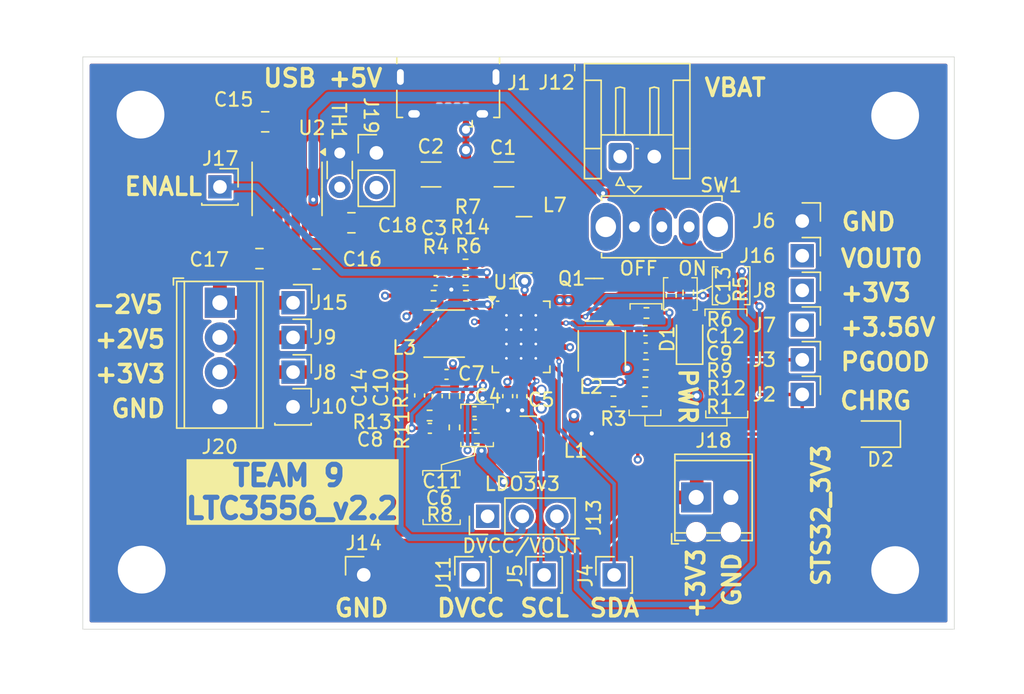
<source format=kicad_pcb>
(kicad_pcb (version 20240108) (generator "pcbnew") (generator_version "8.0")
  (layers (0 "F.Cu" signal) (1 "In1.Cu" signal) (2 "In2.Cu" signal) (31 "B.Cu" signal) (34 "B.Paste" user) (35 "F.Paste" user) (36 "B.SilkS" user "B.Silkscreen") (37 "F.SilkS" user "F.Silkscreen") (38 "B.Mask" user) (39 "F.Mask" user) (44 "Edge.Cuts" user))
  (net 0 "")
  (net 1 "GND")
  (net 2 "Net-(J1-VBUS)")
  (net 3 "Net-(U1-CLPROG)")
  (net 4 "Net-(J11-Pin_1)")
  (net 5 "Net-(U1-FB3)")
  (net 6 "Net-(U1-VC3)")
  (net 7 "Net-(J16-Pin_1)")
  (net 8 "Net-(U1-FB2)")
  (net 9 "Net-(U1-FB1)")
  (net 10 "Net-(J7-Pin_1)")
  (net 11 "Net-(J20-Pin_2)")
  (net 12 "Net-(U2-CAP+)")
  (net 13 "Net-(U2-CAP-)")
  (net 14 "Net-(J15-Pin_1)")
  (net 15 "Net-(D1-A)")
  (net 19 "Net-(J4-Pin_1)")
  (net 20 "Net-(J5-Pin_1)")
  (net 21 "VBAT")
  (net 22 "Net-(U1-SW2)")
  (net 23 "Net-(U1-SW1)")
  (net 24 "Net-(U1-SW)")
  (net 25 "Net-(Q1-G)")
  (net 26 "Net-(U1-PROG)")
  (net 27 "Net-(U1-SWCD3)")
  (net 28 "Net-(U1-SWAB3)")
  (net 30 "Net-(J18-Pin_1)")
  (net 31 "Net-(J17-Pin_1)")
  (net 32 "Net-(D2-K)")
  (net 33 "Net-(D2-A)")
  (net 34 "Net-(J13-Pin_3)")
  (net 35 "Net-(J3-Pin_1)")
  (net 36 "Net-(J13-Pin_2)")
  (net 37 "Net-(C3-Pad2)")
  (net 38 "Net-(J19-Pin_2)")
  (net 39 "Net-(U2-OSC)")
  (net 40 "Net-(U2-LV)")
  (footprint "Inductor_SMD:L_Coilcraft_LPS3010" (layer "F.Cu") (at 135.5575 99.6825)
    (property "Reference" "L3")
    (property "Value" "4.7uH/500mA")
  )
  (footprint "Capacitor_SMD:C_0402_1005Metric" (layer "F.Cu") (at 133.76 104.21 -90)
    (property "Reference" "C14")
    (property "Value" "10uF")
  )
  (footprint "Resistor_SMD:R_0402_1005Metric_Pad0.72x0.64mm_HandSolder" (layer "F.Cu") (at 137.12 95.767 180)
    (property "Reference" "R14")
    (property "Value" "8.25 Ohm")
  )
  (footprint "Connector_PinSocket_2.54mm:PinSocket_1x01_P2.54mm_Vertical" (layer "F.Cu") (at 124.525 97.4225)
    (property "Reference" "J15")
    (property "Value" "Conn_01x01_Pin")
  )
  (footprint "Capacitor_SMD:C_1206_3216Metric" (layer "F.Cu") (at 139.93375 88.025)
    (property "Reference" "C1")
    (property "Value" "10uF")
  )
  (footprint "Connector_PinHeader_2.54mm:PinHeader_1x02_P2.54mm_Vertical" (layer "F.Cu") (at 130.595 86.4494)
    (property "Reference" "J19")
    (property "Value" "Conn_01x02_Pin")
  )
  (footprint "Connector_PinHeader_2.54mm:PinHeader_1x01_P2.54mm_Vertical" (layer "F.Cu") (at 129.667 117.348)
    (property "Reference" "J14")
    (property "Value" "Conn_01x01_Pin" (hide yes))
  )
  (footprint "Package_TO_SOT_SMD:SOT-23" (layer "F.Cu") (at 146.54 97.205 180)
    (property "Reference" "Q1")
    (property "Value" "SI2333DS")
  )
  (footprint "Connector_PinSocket_2.54mm:PinSocket_1x01_P2.54mm_Vertical" (layer "F.Cu") (at 137.668 117.348 90)
    (property "Reference" "J11")
    (property "Value" "Conn_01x01_Pin")
  )
  (footprint "Capacitor_SMD:C_0805_2012Metric_Pad1.18x1.45mm_HandSolder" (layer "F.Cu") (at 126.21 94.2225 180)
    (property "Reference" "C16")
    (property "Value" "10uF")
  )
  (footprint "Resistor_SMD:R_0402_1005Metric_Pad0.72x0.64mm_HandSolder" (layer "F.Cu") (at 150.241 104.648)
    (property "Reference" "R1")
    (property "Value" "510")
  )
  (footprint "Capacitor_SMD:C_1206_3216Metric" (layer "F.Cu") (at 134.59625 88.03 180)
    (property "Reference" "C2")
    (property "Value" "100nF")
  )
  (footprint "Connector_PinSocket_2.54mm:PinSocket_1x01_P2.54mm_Vertical" (layer "F.Cu") (at 161.775 93.98)
    (property "Reference" "J16")
    (property "Value" "Conn_01x01_Pin")
  )
  (footprint "Capacitor_SMD:C_0402_1005Metric" (layer "F.Cu") (at 150.3163 100.7375)
    (property "Reference" "C9")
    (property "Value" "10pF")
  )
  (footprint "Capacitor_SMD:C_0402_1005Metric" (layer "F.Cu") (at 134.51 106.62 180)
    (property "Reference" "C8")
    (property "Value" "130pF")
  )
  (footprint "MountingHole:MountingHole_3.5mm_Pad_TopBottom" (layer "F.Cu") (at 168.58 117)
    (property "Reference" "H4" (hide yes))
    (property "Value" "MountingHole_Pad")
  )
  (footprint "Inductor_SMD:L_Coilcraft_LPS3010" (layer "F.Cu") (at 147.1 100.95 90)
    (property "Reference" "L2")
    (property "Value" "4.7uH/500mA")
  )
  (footprint "Capacitor_SMD:C_0402_1005Metric" (layer "F.Cu") (at 135.73 102.67)
    (property "Reference" "C7")
    (property "Value" "1uF")
  )
  (footprint "Resistor_SMD:R_0402_1005Metric_Pad0.72x0.64mm_HandSolder" (layer "F.Cu") (at 134.7825 96.91 180)
    (property "Reference" "R4")
    (property "Value" "100K")
  )
  (footprint "MountingHole:MountingHole_3.5mm_Pad_TopBottom" (layer "F.Cu") (at 113.32 83.6475)
    (property "Reference" "H1" (hide yes))
    (property "Value" "MountingHole_Pad")
  )
  (footprint "Connector_PinSocket_2.54mm:PinSocket_1x01_P2.54mm_Vertical" (layer "F.Cu") (at 148 117.353 90)
    (property "Reference" "J4")
    (property "Value" "Conn_01x01_Pin")
  )
  (footprint "Connector_PinSocket_2.54mm:PinSocket_1x01_P2.54mm_Vertical" (layer "F.Cu") (at 161.775 101.6)
    (property "Reference" "J3")
    (property "Value" "Conn_01x01_Pin")
  )
  (footprint "Resistor_SMD:R_0402_1005Metric_Pad0.72x0.64mm_HandSolder" (layer "F.Cu") (at 137.12 94.62 180)
    (property "Reference" "R7")
    (property "Value" "3.01K")
  )
  (footprint "Resistor_SMD:R_0402_1005Metric_Pad0.72x0.64mm_HandSolder" (layer "F.Cu") (at 134.49 105.68 180)
    (property "Reference" "R13")
    (property "Value" "111K")
  )
  (footprint "Connector_PinHeader_2.54mm:PinHeader_1x03_P2.54mm_Vertical" (layer "F.Cu") (at 138.735 113.06 90)
    (property "Reference" "J13")
    (property "Value" "Conn_01x03_Pin")
  )
  (footprint "Connector_USB:USB_Micro-B_Amphenol_10118194-0001LF_Horizontal" (layer "F.Cu") (at 135.85 82.1944 180)
    (property "Reference" "J1")
    (property "Value" "USB_B_Micro")
  )
  (footprint "Capacitor_THT:C_Disc_D3.0mm_W1.6mm_P2.50mm" (layer "F.Cu") (at 127.91 86.4575 -90)
    (property "Reference" "TH1")
    (property "Value" "100K")
  )
  (footprint "MountingHole:MountingHole_3.5mm_Pad_TopBottom" (layer "F.Cu") (at 168.58 83.72)
    (property "Reference" "H2" (hide yes))
    (property "Value" "MountingHole_Pad")
  )
  (footprint "Resistor_SMD:R_0402_1005Metric_Pad0.72x0.64mm_HandSolder" (layer "F.Cu") (at 137.1525 96.91 180)
    (property "Reference" "R6")
    (property "Value" "3.01K")
  )
  (footprint "Capacitor_SMD:C_0805_2012Metric_Pad1.18x1.45mm_HandSolder" (layer "F.Cu") (at 128.765 91.5675)
    (property "Reference" "C18")
    (property "Value" "10uF")
  )
  (footprint "TerminalBlock_Phoenix:TerminalBlock_Phoenix_MPT-0,5-2-2.54_1x02_P2.54mm_Horizontal" (layer "F.Cu") (at 154.01 111.6775)
    (property "Reference" "J18")
    (property "Value" "Screw_Terminal_01x02")
  )
  (footprint "Resistor_SMD:R_0402_1005Metric_Pad0.72x0.64mm_HandSolder" (layer "F.Cu") (at 136.31 106.55 90)
    (property "Reference" "R11")
    (property "Value" "111K")
  )
  (footprint "Package_DFN_QFN:QFN-28-1EP_4x5mm_P0.5mm_EP2.65x3.65mm_ThermalVias" (layer "F.Cu") (at 141.19 99.92)
    (property "Reference" "U1")
    (property "Value" "LTC3556EUFD_PBF")
  )
  (footprint "Capacitor_SMD:C_0402_1005Metric" (layer "F.Cu") (at 140.21 104.26 90)
    (property "Reference" "C4")
    (property "Value" "100nF")
  )
  (footprint "Capacitor_SMD:C_0402_1005Metric" (layer "F.Cu") (at 152.18 96.91 -90)
    (property "Reference" "C13")
    (property "Value" "10uF")
  )
  (footprint "Capacitor_SMD:C_0805_2012Metric_Pad1.18x1.45mm_HandSolder" (layer "F.Cu") (at 122.4525 84.175 180)
    (property "Reference" "C15")
    (property "Value" "10uF")
  )
  (footprint "Resistor_SMD:R_0402_1005Metric_Pad0.72x0.64mm_HandSolder" (layer "F.Cu") (at 150.368 98.171 180)
    (property "Reference" "R6")
    (property "Value" "3.01K")
  )
  (footprint "TerminalBlock_Phoenix:TerminalBlock_Phoenix_MPT-0,5-4-2.54_1x04_P2.54mm_Horizontal" (layer "F.Cu") (at 119.13 97.4225 -90)
    (property "Reference" "J20")
    (property "Value" "Screw_Terminal_01x04")
  )
  (footprint "Button_Switch_THT:SW_Slide_SPDT_Straight_CK_OS102011MS2Q" (layer "F.Cu") (at 149.49 91.8675)
    (property "Reference" "SW1")
    (property "Value" "SW_SPDT")
  )
  (footprint "Connector_PinSocket_2.54mm:PinSocket_1x01_P2.54mm_Vertical" (layer "F.Cu") (at 161.775 91.44)
    (property "Reference" "J6")
    (property "Value" "Conn_01x01_Pin" (hide yes))
  )
  (footprint "Inductor_SMD:L_Coilcraft_LPS4018" (layer "F.Cu") (at 141.6975 107.7925 180)
    (property "Reference" "L1")
    (property "Value" "2.2uH/1.6A")
  )
  (footprint "Resistor_SMD:R_0402_1005Metric_Pad0.72x0.64mm_HandSolder" (layer "F.Cu") (at 153.4275 96.6825 -90)
    (property "Reference" "R5")
    (property "Value" "510")
  )
  (footprint "LED_SMD:LED_0805_2012Metric_Pad1.15x1.40mm_HandSolder" (layer "F.Cu") (at 153.5275 100.0625 90)
    (property "Reference" "D1")
    (property "Value" "LED")
  )
  (footprint "Capacitor_SMD:C_0402_1005Metric" (layer "F.Cu") (at 135.0495 104.2545 -90)
    (property "Reference" "C10")
    (property "Value" "10pF")
  )
  (footprint "Connector_PinSocket_2.54mm:PinSocket_1x01_P2.54mm_Vertical" (layer "F.Cu") (at 142.875 117.353 90)
    (property "Reference" "J5")
    (property "Value" "Conn_01x01_Pin")
  )
  (footprint "Connector_PinSocket_2.54mm:PinSocket_1x01_P2.54mm_Vertical" (layer "F.Cu") (at 124.49 99.9625)
    (property "Reference" "J9")
    (property "Value" "Conn_01x01_Pin" (hide yes))
  )
  (footprint "Connector_PinSocket_2.54mm:PinSocket_1x01_P2.54mm_Vertical" (layer "F.Cu") (at 119.1375 88.9375)
    (property "Reference" "J17")
    (property "Value" "Conn_01x01_Pin")
  )
  (footprint "Connector_PinSocket_2.54mm:PinSocket_1x01_P2.54mm_Vertical" (layer "F.Cu") (at 161.775 104.14)
    (property "Reference" "J2")
    (property "Value" "Conn_01x01_Pin")
  )
  (footprint "Capacitor_SMD:C_0402_1005Metric" (layer "F.Cu") (at 134.93 95.8)
    (property "Reference" "C3")
    (property "Value" "100nF")
  )
  (footprint "Capacitor_SMD:C_0402_1005Metric" (layer "F.Cu") (at 150.3025 99.4625)
    (property "Reference" "C12")
    (property "Value" "10uF")
  )
  (footprint "Resistor_SMD:R_0402_1005Metric_Pad0.72x0.64mm_HandSolder" (layer "F.Cu") (at 137.95 107.35 180)
    (property "Reference" "R8")
    (property "Value" "383K")
  )
  (footprint "Connector_PinSocket_2.54mm:PinSocket_1x01_P2.54mm_Vertical" (layer "F.Cu") (at 161.775 99.06)
    (property "Reference" "J7")
    (property "Value" "Conn_01x01_Pin")
  )
  (footprint "Capacitor_SMD:C_0402_1005Metric" (layer "F.Cu") (at 137.78 105.39 180)
    (property "Reference" "C11")
    (property "Value" "10uF")
  )
  (footprint "Capacitor_SMD:C_0805_2012Metric_Pad1.18x1.45mm_HandSolder" (layer "F.Cu") (at 122.03 94.19 180)
    (property "Reference" "C17")
    (property "Value" "DNI")
  )
  (footprint "Capacitor_SMD:C_0402_1005Metric" (layer "F.Cu") (at 141.25 104.27 90)
    (property "Reference" "C5")
    (property "Value" "1uF")
  )
  (footprint "Resistor_SMD:R_0402_1005Metric_Pad0.72x0.64mm_HandSolder" (layer "F.Cu") (at 150.2895 103.2385)
    (property "Reference" "R12")
    (property "Value" "111K")
  )
  (footprint "Connector_PinSocket_2.54mm:PinSocket_1x01_P2.54mm_Vertical" (layer "F.Cu") (at 124.495 102.5625)
    (property "Reference" "J8")
    (property "Value" "Conn_01x01_Pin")
  )
  (footprint "Package_SO:SOIC-8_3.9x4.9mm_P1.27mm" (layer "F.Cu") (at 124.0525 89.085 -90)
    (property "Reference" "U2")
    (property "Value" "TC7660B")
  )
  (footprint "Inductor_SMD:L_Coilcraft_LPS4018" (layer "F.Cu") (at 141.3995 93.1801 180)
    (property "Reference" "L7")
    (property "Value" "3.3uH/1.7A")
  )
  (footprint "Capacitor_SMD:C_0402_1005Metric" (layer "F.Cu") (at 137.8 106.34)
    (property "Reference" "C6")
    (property "Value" "1uF")
  )
  (footprint "Resistor_SMD:R_0402_1005Metric_Pad0.72x0.64mm_HandSolder" (layer "F.Cu") (at 147.955 104.648 180)
    (property "Reference" "R3")
    (property "Value" "10K")
  )
  (footprint "Connector_PinSocket_2.54mm:PinSocket_1x01_P2.54mm_Vertical" (layer "F.Cu") (at 161.775 96.52)
    (property "Reference" "J8")
    (property "Value" "Conn_01x01_Pin")
  )
  (footprint "Resistor_SMD:R_0402_1005Metric_Pad0.72x0.64mm_HandSolder" (layer "F.Cu") (at 150.3275 101.9625)
    (property "Reference" "R9")
    (property "Value" "347K")
  )
  (footprint "Connector_JST:JST_EH_S2B-EH_1x02_P2.50mm_Horizontal" (layer "F.Cu") (at 148.44 86.7225)
    (property "Reference" "J12")
    (property "Value" "Conn_01x02_Pin")
  )
  (footprint "LED_SMD:LED_0805_2012Metric_Pad1.15x1.40mm_HandSolder" (layer "F.Cu") (at 167.105 107.04 180)
    (property "Reference" "D2")
    (property "Value" "LED")
  )
  (footprint "Connector_PinSocket_2.54mm:PinSocket_1x01_P2.54mm_Vertical" (layer "F.Cu") (at 124.49 105.0425)
    (property "Reference" "J10")
    (property "Value" "Conn_01x01_Pin")
  )
  (footprint "Resistor_SMD:R_0402_1005Metric_Pad0.72x0.64mm_HandSolder" (layer "F.Cu") (at 136.3195 104.2545 -90)
    (property "Reference" "R10")
    (property "Value" "235K")
  )
  (footprint "MountingHole:MountingHole_3.5mm_Pad_TopBottom" (layer "F.Cu") (at 113.4075 116.965)
    (property "Reference" "H3" (hide yes))
    (property "Value" "MountingHole_Pad")
  )
  (gr_line (start 151.42 105.68) (end 151.42 105.28) (stroke (width 0.1)) (layer "F.SilkS"))
  (gr_line (start 135.358 109.288) (end 137.78 108.6) (stroke (width 0.1)) (layer "F.SilkS"))
  (gr_line (start 149.1 105.28) (end 149.1 105.68) (stroke (width 0.1)) (layer "F.SilkS"))
  (gr_line (start 135.358 109.718) (end 135.358 109.288) (stroke (width 0.1)) (layer "F.SilkS"))
  (gr_line (start 156.265 106.44) (end 156.25 105.84) (stroke (width 0.1)) (layer "F.SilkS"))
  (gr_line (start 136.73 113.655) (end 136.73 113.325) (stroke (width 0.1)) (layer "F.SilkS"))
  (gr_line (start 154.08 97.96) (end 153.78 97.96) (stroke (width 0.1)) (layer "F.SilkS"))
  (gr_line (start 151.62 95.59) (end 151.62 97.94) (stroke (width 0.1)) (layer "F.SilkS"))
  (gr_line (start 155.2 97.57) (end 155.6 97.57) (stroke (width 0.1)) (layer "F.SilkS"))
  (gr_line (start 155.2 94.8) (end 155.6 94.8) (stroke (width 0.1)) (layer "F.SilkS"))
  (gr_line (start 154.08 96.765) (end 155.1975 96.185) (stroke (width 0.1)) (layer "F.SilkS"))
  (gr_line (start 150.265 106.44) (end 156.265 106.44) (stroke (width 0.1)) (layer "F.SilkS"))
  (gr_line (start 157.94 97.56) (end 157.54 97.56) (stroke (width 0.1)) (layer "F.SilkS"))
  (gr_line (start 155.195 97.57) (end 155.2 94.8) (stroke (width 0.1)) (layer "F.SilkS"))
  (gr_line (start 154.715 105.84) (end 157.785 105.84) (stroke (width 0.1)) (layer "F.SilkS"))
  (gr_line (start 154.08 95.59) (end 153.69 95.59) (stroke (width 0.1)) (layer "F.SilkS"))
  (gr_line (start 151.62 97.94) (end 151.92 97.94) (stroke (width 0.1)) (layer "F.SilkS"))
  (gr_line (start 136.702 113.662) (end 134.012 113.662) (stroke (width 0.1)) (layer "F.SilkS"))
  (gr_line (start 151.49 97.5) (end 149.17 97.5) (stroke (width 0.1)) (layer "F.SilkS"))
  (gr_line (start 136.779 107.95) (end 139.16 107.95) (stroke (width 0.1)) (layer "F.SilkS"))
  (gr_line (start 136.71 109.75) (end 136.71 110.07) (stroke (width 0.1)) (layer "F.SilkS"))
  (gr_line (start 157.945 94.79) (end 157.94 97.56) (stroke (width 0.1)) (layer "F.SilkS"))
  (gr_line (start 157.725 98.39) (end 157.725 97.89) (stroke (width 0.1)) (layer "F.SilkS"))
  (gr_line (start 137.78 108.6) (end 137.78 107.97) (stroke (width 0.1)) (layer "F.SilkS"))
  (gr_line (start 139.161 104.86) (end 136.78 104.86) (stroke (width 0.1)) (layer "F.SilkS"))
  (gr_line (start 136.78 104.87) (end 136.78 105.15) (stroke (width 0.1)) (layer "F.SilkS"))
  (gr_line (start 154.08 95.59) (end 154.08 97.94) (stroke (width 0.1)) (layer "F.SilkS"))
  (gr_line (start 133.99 109.725) (end 133.99 110.055) (stroke (width 0.1)) (layer "F.SilkS"))
  (gr_line (start 154.715 105.34) (end 154.715 105.84) (stroke (width 0.1)) (layer "F.SilkS"))
  (gr_line (start 157.94 94.79) (end 157.54 94.79) (stroke (width 0.1)) (layer "F.SilkS"))
  (gr_line (start 150.26 105.68) (end 150.26 106.44) (stroke (width 0.1)) (layer "F.SilkS"))
  (gr_line (start 134.018 109.718) (end 136.708 109.718) (stroke (width 0.1)) (layer "F.SilkS"))
  (gr_line (start 157.725 97.89) (end 154.655 97.89) (stroke (width 0.1)) (layer "F.SilkS"))
  (gr_line (start 154.655 97.89) (end 154.655 98.37) (stroke (width 0.1)) (layer "F.SilkS"))
  (gr_line (start 134.01 113.63) (end 134.01 113.31) (stroke (width 0.1)) (layer "F.SilkS"))
  (gr_line (start 136.779 107.95) (end 136.78 107.65) (stroke (width 0.1)) (layer "F.SilkS"))
  (gr_line (start 139.16 107.94) (end 139.16 107.66) (stroke (width 0.1)) (layer "F.SilkS"))
  (gr_line (start 151.94 95.59) (end 151.63 95.59) (stroke (width 0.1)) (layer "F.SilkS"))
  (gr_line (start 151.49 97.9) (end 151.49 97.5) (stroke (width 0.1)) (layer "F.SilkS"))
  (gr_line (start 145.12 79.9925) (end 145.12 80.4325) (stroke (width 0.1)) (layer "F.SilkS"))
  (gr_line (start 149.17 97.5) (end 149.17 97.9) (stroke (width 0.1)) (layer "F.SilkS"))
  (gr_line (start 157.785 105.84) (end 157.785 105.36) (stroke (width 0.1)) (layer "F.SilkS"))
  (gr_line (start 139.161 104.86) (end 139.16 105.16) (stroke (width 0.1)) (layer "F.SilkS"))
  (gr_line (start 149.1 105.68) (end 151.42 105.68) (stroke (width 0.1)) (layer "F.SilkS"))
  (gr_rect (start 109.095 79.42) (end 172.91 121.33) (stroke (width 0.05)) (fill none) (layer "Edge.Cuts"))
  (gr_text "LDO3v3" (at 138.42 111.27 0) (layer "F.SilkS") (effects (font (size 1 1)) (justify left bottom)))
  (gr_text "STS32_3V3" (at 163.9 118.3 90) (layer "F.SilkS") (effects (font (size 1.27 1.27) (thickness 0.254) (bold yes)) (justify left bottom)))
  (gr_text "OFF  ON" (at 151.6 94.91 0) (layer "F.SilkS") (effects (font (size 1 1))))
  (gr_text "GND" (at 164.53 92.24 0) (layer "F.SilkS") (effects (font (size 1.27 1.27) (thickness 0.254) (bold yes)) (justify left bottom)))
  (gr_text "DVCC" (at 134.9 120.52 0) (layer "F.SilkS") (effects (font (size 1.27 1.27) (thickness 0.254) (bold yes)) (justify left bottom)))
  (gr_text "GND" (at 157.3725 119.8 90) (layer "F.SilkS") (effects (font (size 1.27 1.27) (thickness 0.254) (bold yes)) (justify left bottom)))
  (gr_text "SCL" (at 140.996 120.52 0) (layer "F.SilkS") (effects (font (size 1.27 1.27) (thickness 0.254) (bold yes)) (justify left bottom)))
  (gr_text "PWR" (at 152.654 102.108 270) (layer "F.SilkS") (effects (font (size 1.27 1.27) (thickness 0.254) (bold yes)) (justify left bottom)))
  (gr_text "CHRG" (at 164.415 105.34 0) (layer "F.SilkS") (effects (font (size 1.27 1.27) (thickness 0.254) (bold yes)) (justify left bottom)))
  (gr_text "   TEAM 9\nLTC3556_v2.2\n" (at 116.46 113.37 0) (layer "F.SilkS" knockout) (effects (font (size 1.5 1.5) (thickness 0.375) (bold yes)) (justify left bottom)))
  (gr_text "SDA" (at 146.076 120.52 0) (layer "F.SilkS") (effects (font (size 1.27 1.27) (thickness 0.254) (bold yes)) (justify left bottom)))
  (gr_text "ENALL" (at 112.0125 89.655 0) (layer "F.SilkS") (effects (font (size 1.27 1.27) (thickness 0.254) (bold yes)) (justify left bottom)))
  (gr_text "-2V5" (at 115.0975 98.2975 0) (layer "F.SilkS") (effects (font (size 1.27 1.27) (thickness 0.254) (bold yes)) (justify right bottom)))
  (gr_text "USB +5V" (at 122.18 81.7175 0) (layer "F.SilkS") (effects (font (size 1.27 1.27) (thickness 0.254) (bold yes)) (justify left bottom)))
  (gr_text "PGOOD" (at 164.46 102.5 0) (layer "F.SilkS") (effects (font (size 1.27 1.27) (thickness 0.254) (bold yes)) (justify left bottom)))
  (gr_text "+2V5" (at 109.845 100.8375 0) (layer "F.SilkS") (effects (font (size 1.27 1.27) (thickness 0.254) (bold yes)) (justify left bottom)))
  (gr_text "+3V3" (at 109.855 103.3775 0) (layer "F.SilkS") (effects (font (size 1.27 1.27) (thickness 0.254) (bold yes)) (justify left bottom)))
  (gr_text "DVCC/VOUT\n" (at 136.79 115.81 0) (layer "F.SilkS") (effects (font (size 1 1)) (justify left bottom)))
  (gr_text "VOUT0" (at 164.46 94.92 0) (layer "F.SilkS") (effects (font (size 1.27 1.27) (thickness 0.254) (bold yes)) (justify left bottom)))
  (gr_text "GND" (at 127.407 120.52 0) (layer "F.SilkS") (effects (font (size 1.27 1.27) (thickness 0.254) (bold yes)) (justify left bottom)))
  (gr_text "+3V3" (at 154.735 120.6925 90) (layer "F.SilkS") (effects (font (size 1.27 1.27) (thickness 0.254) (bold yes)) (justify left bottom)))
  (gr_text "VBAT" (at 154.49 82.41 0) (layer "F.SilkS") (effects (font (size 1.27 1.27) (thickness 0.254) (bold yes)) (justify left bottom)))
  (gr_text "+3V3" (at 164.45 97.43 0) (layer "F.SilkS") (effects (font (size 1.27 1.27) (thickness 0.254) (bold yes)) (justify left bottom)))
  (gr_text "+3.56V" (at 164.44 99.96 0) (layer "F.SilkS") (effects (font (size 1.27 1.27) (thickness 0.254) (bold yes)) (justify left bottom)))
  (gr_text "GND" (at 111.0525 105.9175 0) (layer "F.SilkS") (effects (font (size 1.27 1.27) (thickness 0.254) (bold yes)) (justify left bottom)))
  (segment (start 137.1675 105.9825) (end 137.3 105.85) (width 0.25) (layer "F.Cu") (net 1))
  (segment (start 137.33 105.39) (end 137.3 105.39) (width 0.25) (layer "F.Cu") (net 1))
  (segment (start 140.23 105.31) (end 140.23 104.76) (width 0.25) (layer "F.Cu") (net 1))
  (segment (start 138.36 104.43) (end 138.29 104.43) (width 0.25) (layer "F.Cu") (net 1))
  (segment (start 137.3 106.32) (end 137.32 106.34) (width 0.25) (layer "F.Cu") (net 1))
  (segment (start 141.27 105.37) (end 141.27 104.77) (width 0.25) (layer "F.Cu") (net 1))
  (segment (start 136.105 96.46) (end 136.555 96.91) (width 0.4) (layer "F.Cu") (net 1))
  (segment (start 137.3 105.39) (end 137.3 105.85) (width 0.25) (layer "F.Cu") (net 1))
  (segment (start 138.29 104.43) (end 137.33 105.39) (width 0.25) (layer "F.Cu") (net 1))
  (segment (start 136.08 96.46) (end 136.105 96.46) (width 0.25) (layer "F.Cu") (net 1))
  (segment (start 141.27 104.77) (end 141.25 104.75) (width 0.25) (layer "F.Cu") (net 1))
  (segment (start 140.23 104.76) (end 140.21 104.74) (width 0.25) (layer "F.Cu") (net 1))
  (segment (start 137.3 105.85) (end 137.3 106.32) (width 0.25) (layer "F.Cu") (net 1))
  (segment (start 136.24 105.9825) (end 137.1675 105.9825) (width 0.25) (layer "F.Cu") (net 1))
  (via (at 141.27 105.3) (size 0.6) (drill 0.3) (layers "F.Cu" "B.Cu") (net 1))
  (via (at 146.3625 106.9925) (size 0.6) (drill 0.3) (layers "F.Cu" "B.Cu") (net 1))
  (via (at 140.23 105.3) (size 0.6) (drill 0.3) (layers "F.Cu" "B.Cu") (net 1))
  (via (at 136.08 96.46) (size 0.5) (drill 0.3) (layers "F.Cu" "B.Cu") (net 1))
  (via (at 138.36 104.43) (size 0.6) (drill 0.3) (layers "F.Cu" "B.Cu") (net 1))
  (segment (start 141.44 95.8574) (end 141.4503 95.8471) (width 0.25) (layer "F.Cu") (net 2))
  (segment (start 135.38 97.4475) (end 135.38 96.91) (width 0.25) (layer "F.Cu") (net 2))
  (segment (start 137.15 84.3067) (end 137.15 86.245) (width 0.5) (layer "F.Cu") (net 2))
  (segment (start 132.842 98.425) (end 133.6145 97.6525) (width 0.25) (layer "F.Cu") (net 2))
  (segment (start 136.07125 88.03) (end 137.155 88.03) (width 0.635) (layer "F.Cu") (net 2))
  (segment (start 137.15 86.245) (end 137.15 88.025) (width 0.75) (layer "F.Cu") (net 2))
  (segment (start 137.155 88.03) (end 138.45375 88.03) (width 0.635) (layer "F.Cu") (net 2))
  (segment (start 137.15 88.025) (end 137.155 88.03) (width 0.5) (layer "F.Cu") (net 2))
  (segment (start 135.175 97.6525) (end 135.38 97.4475) (width 0.25) (layer "F.Cu") (net 2))
  (segment (start 137.15 84.255) (end 137.15 83.595) (width 0.4) (layer "F.Cu") (net 2))
  (segment (start 133.6145 97.6525) (end 135.175 97.6525) (width 0.25) (layer "F.Cu") (net 2))
  (segment (start 141.44 97.47) (end 141.44 95.8574) (width 0.35) (layer "F.Cu") (net 2))
  (via (at 141.4503 96.4821) (size 0.6) (drill 0.3) (layers "F.Cu" "B.Cu") (net 2))
  (via (at 137.15 84.7475) (size 1) (drill 0.6) (layers "F.Cu" "B.Cu") (net 2))
  (via (at 141.4503 95.8471) (size 1) (drill 0.5) (layers "F.Cu" "B.Cu") (net 2))
  (via (at 137.15 86.245) (size 1) (drill 0.6) (layers "F.Cu" "B.Cu") (net 2))
  (via (at 132.8 98.425) (size 0.6) (drill 0.3) (layers "F.Cu" "B.Cu") (net 2))
  (segment (start 137.7175 94.954) (end 137.7175 97.25) (width 0.25) (layer "F.Cu") (net 3))
  (segment (start 137.7275 97.7225) (end 138.675 98.67) (width 0.25) (layer "F.Cu") (net 3))
  (segment (start 137.7275 97.26) (end 137.7275 97.7225) (width 0.25) (layer "F.Cu") (net 3))
  (segment (start 139.24 98.67) (end 138.675 98.67) (width 0.25) (layer "F.Cu") (net 3))
  (segment (start 137.7175 97.25) (end 137.7275 97.26) (width 0.25) (layer "F.Cu") (net 3))
  (segment (start 140.182389 103.213652) (end 140.44 102.956041) (width 0.25) (layer "F.Cu") (net 4))
  (segment (start 140.182389 103.213652) (end 140.21 103.241263) (width 0.25) (layer "F.Cu") (net 4))
  (segment (start 140.44 102.956041) (end 140.44 102.37) (width 0.25) (layer "F.Cu") (net 4))
  (segment (start 140.21 103.241263) (end 140.21 103.78) (width 0.25) (layer "F.Cu") (net 4))
  (via (at 140.182389 103.213652) (size 0.6) (drill 0.3) (layers "F.Cu" "B.Cu") (net 4))
  (segment (start 136.2425 107.18) (end 136.24 107.1775) (width 0.25) (layer "F.Cu") (net 5))
  (segment (start 135.5475 107.1775) (end 134.99 106.62) (width 0.25) (layer "F.Cu") (net 5))
  (segment (start 137.822499 103.687501) (end 137.822499 102.167501) (width 0.25) (layer "F.Cu") (net 5))
  (segment (start 137.3025 108.1875) (end 137.3025 107.42) (width 0.25) (layer "F.Cu") (net 5))
  (segment (start 137.3025 107.42) (end 137.0625 107.18) (width 0.25) (layer "F.Cu") (net 5))
  (segment (start 137.27 108.22) (end 137.3025 108.1875) (width 0.25) (layer "F.Cu") (net 5))
  (segment (start 137.53 104.35) (end 137.53 103.98) (width 0.25) (layer "F.Cu") (net 5))
  (segment (start 137.822499 102.167501) (end 138.82 101.17) (width 0.25) (layer "F.Cu") (net 5))
  (segment (start 138.82 101.17) (end 139.24 101.17) (width 0.25) (layer "F.Cu") (net 5))
  (segment (start 137.0625 107.18) (end 136.2425 107.18) (width 0.25) (layer "F.Cu") (net 5))
  (segment (start 136.24 107.1775) (end 135.5475 107.1775) (width 0.25) (layer "F.Cu") (net 5))
  (segment (start 137.53 103.98) (end 137.822499 103.687501) (width 0.25) (layer "F.Cu") (net 5))
  (via (at 137.53 104.35) (size 0.6) (drill 0.3) (layers "F.Cu" "B.Cu") (net 5))
  (via (at 137.27 108.22) (size 0.6) (drill 0.3) (layers "F.Cu" "B.Cu") (net 5))
  (segment (start 137.27 108.22) (end 137.27 104.61) (width 0.25) (layer "B.Cu") (net 5))
  (segment (start 137.27 104.61) (end 137.53 104.35) (width 0.25) (layer "B.Cu") (net 5))
  (segment (start 138.397499 102.512501) (end 139.24 101.67) (width 0.25) (layer "F.Cu") (net 6))
  (segment (start 138.397499 103.486002) (end 138.397499 102.512501) (width 0.25) (layer "F.Cu") (net 6))
  (segment (start 133.18 106.61) (end 134.02 106.61) (width 0.25) (layer "F.Cu") (net 6))
  (segment (start 134.02 106.61) (end 134.03 106.62) (width 0.25) (layer "F.Cu") (net 6))
  (via (at 133.18 106.61) (size 0.6) (drill 0.3) (layers "F.Cu" "B.Cu") (net 6))
  (via (at 138.397499 103.486002) (size 0.6) (drill 0.3) (layers "F.Cu" "B.Cu") (net 6))
  (segment (start 133.18 105.57) (end 133.18 106.61) (width 0.25) (layer "B.Cu") (net 6))
  (segment (start 138.123501 103.76) (end 134.99 103.76) (width 0.25) (layer "B.Cu") (net 6))
  (segment (start 134.99 103.76) (end 133.18 105.57) (width 0.25) (layer "B.Cu") (net 6))
  (segment (start 138.397499 103.486002) (end 138.123501 103.76) (width 0.25) (layer "B.Cu") (net 6))
  (segment (start 141.47 103.79) (end 141.25 103.79) (width 0.4) (layer "F.Cu") (net 7))
  (segment (start 149.733 104.6855) (end 149.7705 104.648) (width 0.25) (layer "F.Cu") (net 7))
  (segment (start 125.97 91.5475) (end 125.9575 91.56) (width 0.7) (layer "F.Cu") (net 7))
  (segment (start 142.67 105.14) (end 142.67 104.96) (width 0.3) (layer "F.Cu") (net 7))
  (segment (start 142.67 104.96) (end 142.64 104.96) (width 0.4) (layer "F.Cu") (net 7))
  (segment (start 149.733 108.91) (end 149.733 104.6855) (width 0.25) (layer "F.Cu") (net 7))
  (segment (start 125.9575 91.56) (end 127.72 91.56) (width 0.7) (layer "F.Cu") (net 7))
  (segment (start 140.94 102.37) (end 140.94 103.48) (width 0.4) (layer "F.Cu") (net 7))
  (segment (start 125.97 89.8775) (end 125.97 91.5475) (width 0.7) (layer "F.Cu") (net 7))
  (segment (start 151.49 90.784) (end 151.49 91.8675) (width 0.7) (layer "F.Cu") (net 7))
  (segment (start 142.64 104.96) (end 141.47 103.79) (width 0.4) (layer "F.Cu") (net 7))
  (segment (start 148.5525 104.648) (end 149.7705 104.648) (width 0.25) (layer "F.Cu") (net 7))
  (segment (start 140.94 103.48) (end 141.25 103.79) (width 0.4) (layer "F.Cu") (net 7))
  (segment (start 150.114 89.408) (end 151.49 90.784) (width 0.7) (layer "F.Cu") (net 7))
  (segment (start 127.72 91.56) (end 127.7275 91.5675) (width 0.7) (layer "F.Cu") (net 7))
  (segment (start 147.193 89.408) (end 150.114 89.408) (width 0.7) (layer "F.Cu") (net 7))
  (via (at 147.193 89.408) (size 0.6) (drill 0.3) (layers "F.Cu" "B.Cu") (net 7))
  (via (at 125.97 89.8775) (size 0.6) (drill 0.3) (layers "F.Cu" "B.Cu") (net 7))
  (via (at 149.733 108.91) (size 0.6) (drill 0.3) (layers "F.Cu" "B.Cu") (net 7))
  (via (at 142.67 105.14) (size 0.8) (drill 0.5) (layers "F.Cu" "B.Cu") (net 7))
  (segment (start 131.61 82.3325) (end 140.1175 82.3325) (width 0.7) (layer "B.Cu") (net 7))
  (segment (start 140.1175 82.3325) (end 147.193 89.408) (width 0.7) (layer "B.Cu") (net 7))
  (segment (start 127.12 82.3325) (end 125.97 83.4825) (width 0.7) (layer "B.Cu") (net 7))
  (segment (start 125.97 83.4825) (end 125.97 89.8775) (width 0.7) (layer "B.Cu") (net 7))
  (segment (start 131.61 82.3325) (end 127.12 82.3325) (width 0.7) (layer "B.Cu") (net 7))
  (segment (start 150.925 100.8662) (end 150.7963 100.7375) (width 0.25) (layer "F.Cu") (net 8))
  (segment (start 150.925 101.9625) (end 150.925 100.8662) (width 0.3) (layer "F.Cu") (net 8))
  (segment (start 143.609716 100.67) (end 143.14 100.67) (width 0.25) (layer "F.Cu") (net 8))
  (segment (start 145.5725 103.2225) (end 144.68 102.33) (width 0.3) (layer "F.Cu") (net 8))
  (segment (start 149.692 103.1955) (end 150.925 101.9625) (width 0.3) (layer "F.Cu") (net 8))
  (segment (start 144.68 101.740284) (end 143.609716 100.67) (width 0.2) (layer "F.Cu") (net 8))
  (segment (start 146.0575 103.2225) (end 145.5725 103.2225) (width 0.3) (layer "F.Cu") (net 8))
  (segment (start 148.4475 103.2225) (end 149.676 103.2225) (width 0.3) (layer "F.Cu") (net 8))
  (segment (start 149.676 103.2225) (end 149.692 103.2385) (width 0.25) (layer "F.Cu") (net 8))
  (segment (start 144.68 102.33) (end 144.68 101.740284) (width 0.3) (layer "F.Cu") (net 8))
  (segment (start 149.692 103.2385) (end 149.692 103.1955) (width 0.25) (layer "F.Cu") (net 8))
  (via (at 146.0575 103.2225) (size 0.6) (drill 0.3) (layers "F.Cu" "B.Cu") (net 8))
  (via (at 148.4475 103.2225) (size 0.6) (drill 0.3) (layers "F.Cu" "B.Cu") (net 8))
  (segment (start 146.0575 103.2225) (end 148.4475 103.2225) (width 0.3) (layer "B.Cu") (net 8))
  (segment (start 136.658 104.852) (end 136.3195 104.852) (width 0.25) (layer "F.Cu") (net 9))
  (segment (start 136.9375 103.7925) (end 136.9375 104.5725) (width 0.25) (layer "F.Cu") (net 9))
  (segment (start 137.4225 103.3075) (end 136.9375 103.7925) (width 0.25) (layer "F.Cu") (net 9))
  (segment (start 138.71 100.67) (end 137.4225 101.9575) (width 0.25) (layer "F.Cu") (net 9))
  (segment (start 136.202 104.7345) (end 136.3195 104.852) (width 0.25) (layer "F.Cu") (net 9))
  (segment (start 139.24 100.67) (end 138.71 100.67) (width 0.25) (layer "F.Cu") (net 9))
  (segment (start 136.9375 104.5725) (end 136.658 104.852) (width 0.25) (layer "F.Cu") (net 9))
  (segment (start 135.0495 104.7345) (end 135.0495 105.642) (width 0.25) (layer "F.Cu") (net 9))
  (segment (start 135.0495 104.7345) (end 136.202 104.7345) (width 0.25) (layer "F.Cu") (net 9))
  (segment (start 137.4225 101.9575) (end 137.4225 103.3075) (width 0.25) (layer "F.Cu") (net 9))
  (segment (start 135.0495 105.642) (end 135.0875 105.68) (width 0.25) (layer "F.Cu") (net 9))
  (segment (start 144.3925 100.6825) (end 143.88 100.25) (width 0.4) (layer "F.Cu") (net 10))
  (segment (start 136.2 101.86) (end 136.2 102.66) (width 0.5) (layer "F.Cu") (net 10))
  (segment (start 141.44 103.022893) (end 141.44 102.37) (width 0.3) (layer "F.Cu") (net 10))
  (segment (start 137.0225 102.4475) (end 137.0225 101.7675) (width 0.25) (layer "F.Cu") (net 10))
  (segment (start 136.2 102.66) (end 136.21 102.67) (width 0.25) (layer "F.Cu") (net 10))
  (segment (start 143.88 100.17) (end 143.14 100.17) (width 0.25) (layer "F.Cu") (net 10))
  (segment (start 138.352 108.198) (end 138.352 105.42) (width 0.4) (layer "F.Cu") (net 10))
  (segment (start 142.217107 103.8) (end 142.173959 103.756852) (width 0.3) (layer "F.Cu") (net 10))
  (segment (start 144.615011 110.524989) (end 145.06 110.08) (width 0.75) (layer "F.Cu") (net 10))
  (segment (start 138.29 108.26) (end 138.352 108.198) (width 0.25) (layer "F.Cu") (net 10))
  (segment (start 142.68 103.8) (end 142.217107 103.8) (width 0.3) (layer "F.Cu") (net 10))
  (segment (start 137.0225 101.7675) (end 138.62 100.17) (width 0.25) (layer "F.Cu") (net 10))
  (segment (start 145.06 110.08) (end 145.06 105.69) (width 0.75) (layer "F.Cu") (net 10))
  (segment (start 142.173959 103.756852) (end 141.44 103.022893) (width 0.3) (layer "F.Cu") (net 10))
  (segment (start 144.769465 100.6825) (end 144.3925 100.6825) (width 0.4) (layer "F.Cu") (net 10))
  (segment (start 138.62 100.17) (end 139.24 100.17) (width 0.25) (layer "F.Cu") (net 10))
  (segment (start 136.21 102.67) (end 136.8 102.67) (width 0.25) (layer "F.Cu") (net 10))
  (segment (start 139.924989 110.524989) (end 144.615011 110.524989) (width 0.75) (layer "F.Cu") (net 10))
  (segment (start 136.8 102.67) (end 137.0225 102.4475) (width 0.25) (layer "F.Cu") (net 10))
  (via (at 142.68 103.8) (size 0.75) (drill 0.5) (layers "F.Cu" "B.Cu") (net 10))
  (via (at 139.924989 110.524989) (size 0.8) (drill 0.4) (layers "F.Cu" "B.Cu") (net 10))
  (via (at 138.29 108.26) (size 0.6) (drill 0.3) (layers "F.Cu" "B.Cu") (net 10))
  (via (at 145.06 105.69) (size 0.8) (drill 0.4) (layers "F.Cu" "B.Cu") (net 10))
  (via (at 136.2 101.86) (size 0.6) (drill 0.3) (layers "F.Cu" "B.Cu") (net 10))
  (via (at 144.769465 100.6825) (size 0.6) (drill 0.3) (layers "F.Cu" "B.Cu") (net 10))
  (segment (start 138.29 108.89) (end 138.29 108.26) (width 0.75) (layer "B.Cu") (net 10))
  (segment (start 139.924989 110.524989) (end 138.29 108.89) (width 0.75) (layer "B.Cu") (net 10))
  (segment (start 135.167 103.657) (end 135.0495 103.7745) (width 0.25) (layer "F.Cu") (net 11))
  (segment (start 135.0495 103.7745) (end 133.7795 103.7745) (width 0.25) (layer "F.Cu") (net 11))
  (segment (start 136.3195 103.657) (end 135.167 103.657) (width 0.25) (layer "F.Cu") (net 11))
  (segment (start 134.2675 99.6625) (end 134.2875 99.6825) (width 0.25) (layer "F.Cu") (net 11))
  (segment (start 133.76 103.73) (end 133.76 99.949) (width 0.25) (layer "F.Cu") (net 11))
  (segment (start 124.505 99.949) (end 134.15 99.949) (width 1) (layer "F.Cu") (net 11))
  (segment (start 124.505 99.9625) (end 119.13 99.9625) (width 1.016) (layer "F.Cu") (net 11))
  (segment (start 123.49 84.175) (end 124.25 84.175) (width 0.6) (layer "F.Cu") (net 12))
  (segment (start 124.6875 84.6125) (end 124.6875 86.61) (width 0.6) (layer "F.Cu") (net 12))
  (segment (start 124.25 84.175) (end 124.6875 84.6125) (width 0.6) (layer "F.Cu") (net 12))
  (segment (start 121.705 86.61) (end 122.1 86.61) (width 0.7) (layer "F.Cu") (net 13))
  (segment (start 121.415 86.32) (end 121.705 86.61) (width 0.6) (layer "F.Cu") (net 13))
  (segment (start 121.415 84.175) (end 121.415 86.32) (width 0.6) (layer "F.Cu") (net 13))
  (segment (start 119.13 92.1625) (end 119.7325 91.56) (width 1.016) (layer "F.Cu") (net 14))
  (segment (start 124.985 97.4225) (end 124.525 97.4225) (width 0.25) (layer "F.Cu") (net 14))
  (segment (start 119.7325 91.56) (end 121.9 91.56) (width 1.016) (layer "F.Cu") (net 14))
  (segment (start 124.525 97.4225) (end 119.13 97.4225) (width 1.016) (layer "F.Cu") (net 14))
  (segment (start 119.13 97.4225) (end 119.13 92.1625) (width 1.016) (layer "F.Cu") (net 14))
  (segment (start 153.5275 97.38) (end 153.4275 97.28) (width 0.25) (layer "F.Cu") (net 15))
  (segment (start 153.5275 99.0375) (end 153.5275 97.38) (width 0.25) (layer "F.Cu") (net 15))
  (segment (start 143.973021 101.563635) (end 143.579386 101.17) (width 0.25) (layer "F.Cu") (net 19))
  (segment (start 143.973021 101.73) (end 143.973021 101.563635) (width 0.25) (layer "F.Cu") (net 19))
  (segment (start 143.579386 101.17) (end 143.14 101.17) (width 0.25) (layer "F.Cu") (net 19))
  (via (at 143.973021 101.73) (size 0.4) (drill 0.2) (layers "F.Cu" "B.Cu") (net 19))
  (segment (start 148 110.68) (end 148 117.353) (width 0.25) (layer "B.Cu") (net 19))
  (segment (start 143.97 106.65) (end 148 110.68) (width 0.25) (layer "B.Cu") (net 19))
  (segment (start 143.97 101.733021) (end 143.97 106.65) (width 0.25) (layer "B.Cu") (net 19))
  (segment (start 143.973021 101.73) (end 143.97 101.733021) (width 0.25) (layer "B.Cu") (net 19))
  (segment (start 142.336195 103.153313) (end 142.319283 103.153313) (width 0.25) (layer "F.Cu") (net 20))
  (segment (start 141.94 102.77403) (end 141.94 102.37) (width 0.25) (layer "F.Cu") (net 20))
  (segment (start 142.319283 103.153313) (end 141.94 102.77403) (width 0.25) (layer "F.Cu") (net 20))
  (via (at 142.336195 103.153313) (size 0.4) (drill 0.2) (layers "F.Cu" "B.Cu") (net 20))
  (segment (start 142.63 106.3) (end 142.63 117.108) (width 0.25) (layer "B.Cu") (net 20))
  (segment (start 142.336195 103.153313) (end 141.945 103.544508) (width 0.25) (layer "B.Cu") (net 20))
  (segment (start 142.63 117.108) (end 142.875 117.353) (width 0.25) (layer "B.Cu") (net 20))
  (segment (start 141.945 103.544508) (end 141.945 105.615) (width 0.25) (layer "B.Cu") (net 20))
  (segment (start 141.945 105.615) (end 142.63 106.3) (width 0.25) (layer "B.Cu") (net 20))
  (segment (start 142.8425 97.2375) (end 142.6775 97.4025) (width 0.75) (layer "F.Cu") (net 21))
  (segment (start 145.57 97.2375) (end 142.8425 97.2375) (width 0.75) (layer "F.Cu") (net 21))
  (via (at 144.0275 97.2375) (size 0.6) (drill 0.3) (layers "F.Cu" "B.Cu") (net 21))
  (via (at 144.6525 97.2375) (size 0.6) (drill 0.3) (layers "F.Cu" "B.Cu") (net 21))
  (segment (start 144.4875 99.6825) (end 146.7335 99.6825) (width 0.75) (layer "F.Cu") (net 22))
  (segment (start 143.14 99.67) (end 144.46 99.67) (width 0.45) (layer "F.Cu") (net 22))
  (segment (start 137.9775 99.6825) (end 136.8275 99.6825) (width 0.75) (layer "F.Cu") (net 23))
  (segment (start 139.24 99.67) (end 138.06 99.67) (width 0.45) (layer "F.Cu") (net 23))
  (segment (start 140.0475 95.8875) (end 140.0475 95.1625) (width 1) (layer "F.Cu") (net 24))
  (segment (start 140.0475 95.1625) (end 140.0575 95.1525) (width 1) (layer "F.Cu") (net 24))
  (segment (start 140.94 97.47) (end 140.94 96.875) (width 0.25) (layer "F.Cu") (net 24))
  (segment (start 140.8775 96.875) (end 140.185 96.12) (width 0.4) (layer "F.Cu") (net 24))
  (segment (start 147.485 97.89) (end 147.75 98.155) (width 0.25) (layer "F.Cu") (net 25))
  (segment (start 143.42 97.89) (end 147.485 97.89) (width 0.25) (layer "F.Cu") (net 25))
  (segment (start 143.14 98.17) (end 143.42 97.89) (width 0.25) (layer "F.Cu") (net 25))
  (segment (start 152.029 98.171) (end 152.0475 98.1525) (width 0.25) (layer "F.Cu") (net 26))
  (segment (start 143.69 99.17) (end 143.9375 98.9225) (width 0.25) (layer "F.Cu") (net 26))
  (segment (start 150.9655 98.171) (end 152.029 98.171) (width 0.25) (layer "F.Cu") (net 26))
  (segment (start 144.4675 98.9225) (end 144.4775 98.9125) (width 0.25) (layer "F.Cu") (net 26))
  (segment (start 143.14 99.17) (end 143.69 99.17) (width 0.25) (layer "F.Cu") (net 26))
  (segment (start 143.9375 98.9225) (end 144.4675 98.9225) (width 0.25) (layer "F.Cu") (net 26))
  (via (at 152.0475 98.1525) (size 0.6) (drill 0.3) (layers "F.Cu" "B.Cu") (net 26))
  (via (at 144.4775 98.9125) (size 0.4) (drill 0.2) (layers "F.Cu" "B.Cu") (net 26))
  (segment (start 144.8975 98.9125) (end 144.4775 98.9125) (width 0.25) (layer "B.Cu") (net 26))
  (segment (start 152.0475 98.1525) (end 152.0475 99.0925) (width 0.25) (layer "B.Cu") (net 26))
  (segment (start 145.2825 99.2975) (end 144.8975 98.9125) (width 0.25) (layer "B.Cu") (net 26))
  (segment (start 151.8325 99.2975) (end 145.2825 99.2975) (width 0.25) (layer "B.Cu") (net 26))
  (segment (start 151.8375 99.3025) (end 151.8325 99.2975) (width 0.25) (layer "B.Cu") (net 26))
  (segment (start 152.0475 99.0925) (end 151.8375 99.3025) (width 0.25) (layer "B.Cu") (net 26))
  (segment (start 142.6775 102.37) (end 143.6725 103.4475) (width 0.75) (layer "F.Cu") (net 27))
  (segment (start 143.6725 103.4475) (end 143.6725 107.6625) (width 0.75) (layer "F.Cu") (net 27))
  (segment (start 139.6975 106.1825) (end 139.6975 107.6625) (width 0.75) (layer "F.Cu") (net 28))
  (segment (start 139.27 102.7975) (end 139.27 105.71) (width 0.75) (layer "F.Cu") (net 28))
  (segment (start 139.27 105.71) (end 139.72 106.16) (width 0.8) (layer "F.Cu") (net 28))
  (segment (start 139.6975 102.37) (end 139.27 102.7975) (width 0.75) (layer "F.Cu") (net 28))
  (segment (start 149.73 100.8438) (end 149.8363 100.7375) (width 0.25) (layer "F.Cu") (net 30))
  (segment (start 127.4025 102.5025) (end 124.49 102.5025) (width 1) (layer "F.Cu") (net 30))
  (segment (start 128.485 113.5325) (end 128.485 103.585) (width 1) (layer "F.Cu") (net 30))
  (segment (start 130.1575 115.205) (end 128.485 113.5325) (width 1) (layer "F.Cu") (net 30))
  (segment (start 150.4575 111.6775) (end 146.93 115.205) (width 1) (layer "F.Cu") (net 30))
  (segment (start 146.9935 101.9625) (end 146.7335 102.2225) (width 0.25) (layer "F.Cu") (net 30))
  (segment (start 149.8225 99.4625) (end 149.8225 101.87) (width 0.4) (layer "F.Cu") (net 30))
  (segment (start 149.47 102.2225) (end 146.7335 102.2225) (width 1.016) (layer "F.Cu") (net 30))
  (segment (start 154.045 111.6425) (end 154.01 111.6775) (width 1) (layer "F.Cu") (net 30))
  (segment (start 128.485 103.585) (end 127.4025 102.5025) (width 1) (layer "F.Cu") (net 30))
  (segment (start 149.73 101.9625) (end 146.9935 101.9625) (width 0.25) (layer "F.Cu") (net 30))
  (segment (start 124.49 102.5025) (end 119.13 102.5025) (width 1) (layer "F.Cu") (net 30))
  (segment (start 154.045 104.185) (end 154.045 111.6425) (width 1) (layer "F.Cu") (net 30))
  (segment (start 146.93 115.205) (end 130.1575 115.205) (width 1) (layer "F.Cu") (net 30))
  (segment (start 149.8363 101.8562) (end 149.73 101.9625) (width 0.25) (layer "F.Cu") (net 30))
  (segment (start 154.01 111.6775) (end 150.4575 111.6775) (width 1) (layer "F.Cu") (net 30))
  (via (at 154.045 104.2425) (size 0.8) (drill 0.4) (layers "F.Cu" "B.Cu") (net 30))
  (via (at 148.96 102.2225) (size 0.7) (drill 0.4) (layers "F.Cu" "B.Cu") (net 30))
  (segment (start 138.684 96.214) (end 139.94 97.47) (width 0.25) (layer "F.Cu") (net 31))
  (segment (start 138.684 95.200222) (end 138.684 96.214) (width 0.25) (layer "F.Cu") (net 31))
  (via (at 138.684 95.20022) (size 0.6) (drill 0.3) (layers "F.Cu" "B.Cu") (net 31))
  (segment (start 128.087722 95.200222) (end 121.825 88.9375) (width 0.5) (layer "B.Cu") (net 31))
  (segment (start 138.684 95.200222) (end 128.087722 95.200222) (width 0.5) (layer "B.Cu") (net 31))
  (segment (start 121.825 88.9375) (end 119.1375 88.9375) (width 0.5) (layer "B.Cu") (net 31))
  (segment (start 157.85 96.89) (end 158.65 97.69) (width 0.25) (layer "F.Cu") (net 32))
  (segment (start 143.856814 98.4375) (end 145.8975 98.4375) (width 0.25) (layer "F.Cu") (net 32))
  (segment (start 161.775 105.295) (end 161.775 104.14) (width 0.25) (layer "F.Cu") (net 32))
  (segment (start 158.64 104.14) (end 161.775 104.14) (width 0.25) (layer "F.Cu") (net 32))
  (segment (start 162.19 105.71) (end 161.775 105.295) (width 0.25) (layer "F.Cu") (net 32))
  (segment (start 143.624314 98.67) (end 143.856814 98.4375) (width 0.25) (layer "F.Cu") (net 32))
  (segment (start 154.5 96.89) (end 157.85 96.89) (width 0.25) (layer "F.Cu") (net 32))
  (segment (start 168.13 106.15) (end 167.69 105.71) (width 0.25) (layer "F.Cu") (net 32))
  (segment (start 168.13 107.04) (end 168.13 106.15) (width 0.25) (layer "F.Cu") (net 32))
  (segment (start 143.14 98.67) (end 143.624314 98.67) (width 0.25) (layer "F.Cu") (net 32))
  (segment (start 167.69 105.71) (end 162.19 105.71) (width 0.25) (layer "F.Cu") (net 32))
  (segment (start 145.8975 98.4375) (end 145.9 98.44) (width 0.25) (layer "F.Cu") (net 32))
  (via (at 154.5 96.89) (size 0.6) (drill 0.3) (layers "F.Cu" "B.Cu") (net 32))
  (via (at 158.65 97.69) (size 0.6) (drill 0.3) (layers "F.Cu" "B.Cu") (net 32))
  (via (at 145.9 98.44) (size 0.4) (drill 0.2) (layers "F.Cu" "B.Cu") (net 32))
  (via (at 158.64 104.14) (size 0.3) (drill 0.15) (layers "F.Cu" "B.Cu") (net 32))
  (segment (start 158.65 104.13) (end 158.64 104.14) (width 0.25) (layer "B.Cu") (net 32))
  (segment (start 145.9 98.44) (end 147.45 96.89) (width 0.25) (layer "B.Cu") (net 32))
  (segment (start 147.45 96.89) (end 154.5 96.89) (width 0.25) (layer "B.Cu") (net 32))
  (segment (start 158.65 97.69) (end 158.65 104.13) (width 0.25) (layer "B.Cu") (net 32))
  (segment (start 156.25 107.04) (end 166.08 107.04) (width 0.25) (layer "F.Cu") (net 33))
  (segment (start 155.69 104.04) (end 155.69 106.48) (width 0.25) (layer "F.Cu") (net 33))
  (segment (start 152.273 104.648) (end 153.611 103.31) (width 0.25) (layer "F.Cu") (net 33))
  (segment (start 155.69 106.48) (end 156.25 107.04) (width 0.25) (layer "F.Cu") (net 33))
  (segment (start 154.96 103.31) (end 155.69 104.04) (width 0.25) (layer "F.Cu") (net 33))
  (segment (start 153.611 103.31) (end 154.96 103.31) (width 0.25) (layer "F.Cu") (net 33))
  (segment (start 150.9655 104.648) (end 152.273 104.648) (width 0.25) (layer "F.Cu") (net 33))
  (segment (start 153.4275 96.085) (end 152.195 96.085) (width 0.25) (layer "F.Cu") (net 34))
  (segment (start 141.94 97.47) (end 141.94 96.876284) (width 0.25) (layer "F.Cu") (net 34))
  (segment (start 152.195 96.085) (end 152.1875 96.0925) (width 0.25) (layer "F.Cu") (net 34))
  (segment (start 157.353 95.123) (end 156.401 96.075) (width 0.4) (layer "F.Cu") (net 34))
  (segment (start 142.751858 95.9125) (end 142.751858 95.2425) (width 1) (layer "F.Cu") (net 34))
  (segment (start 156.401 96.075) (end 153.4375 96.075) (width 0.4) (layer "F.Cu") (net 34))
  (segment (start 151.8645 95.9125) (end 153.49 94.287) (width 1) (layer "F.Cu") (net 34))
  (segment (start 153.49 94.287) (end 153.49 91.8675) (width 1) (layer "F.Cu") (net 34))
  (segment (start 142.903784 95.9125) (end 151.8645 95.9125) (width 1) (layer "F.Cu") (net 34))
  (segment (start 141.9775 96.876284) (end 142.751858 96.064426) (width 0.4) (layer "F.Cu") (net 34))
  (via (at 157.353 95.123) (size 0.6) (drill 0.3) (layers "F.Cu" "B.Cu") (net 34))
  (segment (start 158.115 116.505) (end 155.1 119.52) (width 0.4) (layer "B.Cu") (net 34))
  (segment (start 157.353 95.123) (end 157.353 98.253) (width 0.4) (layer "B.Cu") (net 34))
  (segment (start 155.1 119.52) (end 146.4 119.52) (width 0.4) (layer "B.Cu") (net 34))
  (segment (start 157.353 98.253) (end 158.115 99.015) (width 0.4) (layer "B.Cu") (net 34))
  (segment (start 143.899124 114.344124) (end 143.899124 112.460876) (width 0.4) (layer "B.Cu") (net 34))
  (segment (start 158.115 99.015) (end 158.115 116.505) (width 0.4) (layer "B.Cu") (net 34))
  (segment (start 145.25 118.37) (end 145.25 115.695) (width 0.4) (layer "B.Cu") (net 34))
  (segment (start 145.25 115.695) (end 143.899124 114.344124) (width 0.4) (layer "B.Cu") (net 34))
  (segment (start 146.4 119.52) (end 145.25 118.37) (width 0.4) (layer "B.Cu") (net 34))
  (segment (start 146.153 104.648) (end 147.3575 104.648) (width 0.25) (layer "F.Cu") (net 35))
  (segment (start 155.634 102.616) (end 156.65 101.6) (width 0.25) (layer "F.Cu") (net 35))
  (segment (start 161.74 101.6) (end 161.82 101.68) (width 0.25) (layer "F.Cu") (net 35))
  (segment (start 143.175 101.67) (end 146.153 104.648) (width 0.25) (layer "F.Cu") (net 35))
  (segment (start 143.14 101.67) (end 143.175 101.67) (width 0.25) (layer "F.Cu") (net 35))
  (segment (start 152.057 104.013) (end 153.454 102.616) (width 0.25) (layer "F.Cu") (net 35))
  (segment (start 153.454 102.616) (end 155.634 102.616) (width 0.25) (layer "F.Cu") (net 35))
  (segment (start 147.9925 104.013) (end 152.057 104.013) (width 0.25) (layer "F.Cu") (net 35))
  (segment (start 156.65 101.6) (end 161.74 101.6) (width 0.25) (layer "F.Cu") (net 35))
  (segment (start 147.3575 104.648) (end 147.9925 104.013) (width 0.25) (layer "F.Cu") (net 35))
  (segment (start 138.726 97.536) (end 139.24 98.05) (width 0.5) (layer "F.Cu") (net 36))
  (via (at 138.726 97.536) (size 0.6) (drill 0.3) (layers "F.Cu" "B.Cu") (net 36))
  (segment (start 140.745 114.62) (end 141.275 114.09) (width 0.5) (layer "B.Cu") (net 36))
  (segment (start 132.334 113.914) (end 133.04 114.62) (width 0.5) (layer "B.Cu") (net 36))
  (segment (start 141.275 114.09) (end 141.275 113.06) (width 0.5) (layer "B.Cu") (net 36))
  (segment (start 138.726 97.536) (end 135.763 97.536) (width 0.5) (layer "B.Cu") (net 36))
  (segment (start 133.04 114.62) (end 140.745 114.62) (width 0.5) (layer "B.Cu") (net 36))
  (segment (start 135.763 97.536) (end 132.334 100.965) (width 0.5) (layer "B.Cu") (net 36))
  (segment (start 132.334 100.965) (end 132.334 113.914) (width 0.5) (layer "B.Cu") (net 36))
  (segment (start 135.41 95.8) (end 136.4895 95.8) (width 0.25) (layer "F.Cu") (net 37))
  (segment (start 134.175 96.9) (end 134.185 96.91) (width 0.25) (layer "F.Cu") (net 38))
  (segment (start 137.87 98.82) (end 138.17 98.82) (width 0.3) (layer "F.Cu") (net 38))
  (segment (start 131.24 96.9) (end 134.175 96.9) (width 0.3) (layer "F.Cu") (net 38))
  (segment (start 138.52 99.17) (end 139.24 99.17) (width 0.25) (layer "F.Cu") (net 38))
  (segment (start 138.17 98.82) (end 138.52 99.14) (width 0.3) (layer "F.Cu") (net 38))
  (segment (start 131.23 96.91) (end 131.24 96.9) (width 0.25) (layer "F.Cu") (net 38))
  (via (at 137.77 98.82) (size 0.5) (drill 0.25) (layers "F.Cu" "B.Cu") (net 38))
  (via (at 131.23 96.91) (size 0.6) (drill 0.3) (layers "F.Cu" "B.Cu") (net 38))
  (segment (start 124.6875 93.7375) (end 125.1725 94.2225) (width 0.6) (layer "F.Cu") (net 39))
  (segment (start 124.6875 91.56) (end 124.6875 93.7375) (width 0.6) (layer "F.Cu") (net 39))
  (segment (start 123.4175 91.56) (end 123.4175 93.84) (width 0.6) (layer "F.Cu") (net 40))
  (segment (start 123.4175 93.84) (end 123.0675 94.19) (width 0.6) (layer "F.Cu") (net 40))
  (zone (net 1) (net_name "GND") (layers "F.Cu" "In1.Cu" "In2.Cu" "B.Cu") (priority 7) (connect_pads yes (clearance 0)) (min_thickness 0.25) (fill yes (thermal_gap 0) (thermal_bridge_width 0.5))
    (polygon (pts (xy 178.01525 125.764971) (xy 103.15025 126.099971) (xy 103.0325 75.475) (xy 177.9875 75.255) (xy 178.0125 125.765)))
  )
)
</source>
